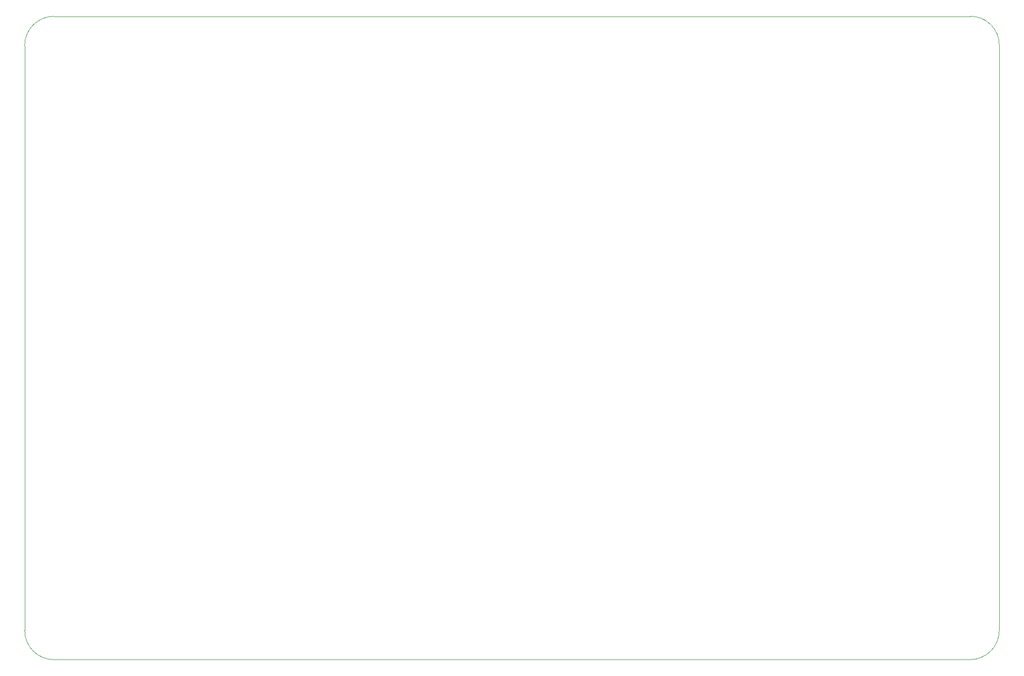
<source format=gm1>
G04 #@! TF.GenerationSoftware,KiCad,Pcbnew,(6.0.11-0)*
G04 #@! TF.CreationDate,2023-06-10T21:55:51+02:00*
G04 #@! TF.ProjectId,6502_computer,36353032-5f63-46f6-9d70-757465722e6b,REV*
G04 #@! TF.SameCoordinates,Original*
G04 #@! TF.FileFunction,Profile,NP*
%FSLAX46Y46*%
G04 Gerber Fmt 4.6, Leading zero omitted, Abs format (unit mm)*
G04 Created by KiCad (PCBNEW (6.0.11-0)) date 2023-06-10 21:55:51*
%MOMM*%
%LPD*%
G01*
G04 APERTURE LIST*
G04 #@! TA.AperFunction,Profile*
%ADD10C,0.100000*%
G04 #@! TD*
G04 APERTURE END LIST*
D10*
X230505000Y-156524000D02*
X71120000Y-156524000D01*
X66040000Y-151444000D02*
X66040000Y-49530000D01*
X235585000Y-49530000D02*
G75*
G03*
X230505000Y-44450000I-4971500J108500D01*
G01*
X66040000Y-151444000D02*
G75*
G03*
X71120000Y-156524000I5080000J0D01*
G01*
X71120000Y-44450000D02*
G75*
G03*
X66040000Y-49530000I0J-5080000D01*
G01*
X230505000Y-156524000D02*
G75*
G03*
X235585000Y-151444000I0J5080000D01*
G01*
X71120000Y-44450000D02*
X230505000Y-44450000D01*
X235585000Y-49530000D02*
X235585000Y-151444000D01*
M02*

</source>
